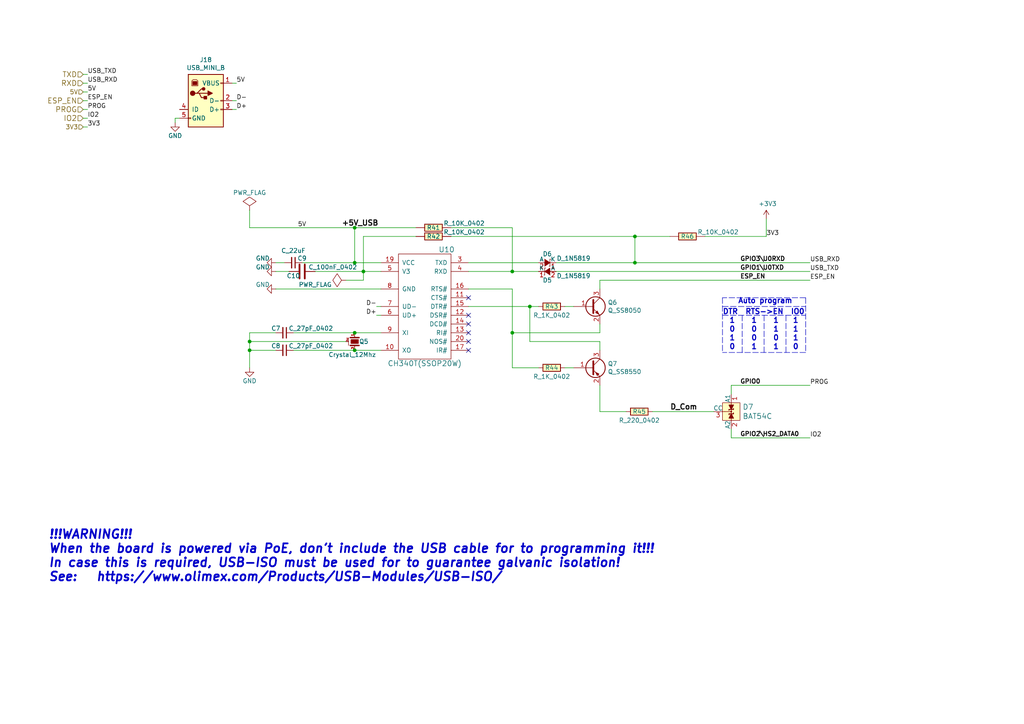
<source format=kicad_sch>
(kicad_sch (version 20211123) (generator eeschema)
  (paper "A4")
  (lib_symbols
    (symbol "ESP32-PoE_Rev_E:+3.3V" (power) (pin_names (offset 0))
      (property "Value" "+3.3V" (at 0 3.556 0))
      (symbol "+3.3V_0_1"
        (polyline (pts (xy -0.762 1.27) (xy 0 2.54)))
        (polyline (pts (xy 0 0) (xy 0 2.54)))
        (polyline (pts (xy 0 2.54) (xy 0.762 1.27)))
      )
      (symbol "+3.3V_1_1"
        (pin power_in line (at 0 0 90) (length 0) hide (name "+3V3") (number "1"))
      )
    )
    (symbol "ESP32-PoE_Rev_E:PWR_FLAG" (power) (pin_numbers hide) (pin_names (offset 0) hide)
      (property "Value" "PWR_FLAG" (at 0 4.572 0))
      (symbol "PWR_FLAG_0_0"
        (pin power_out line (at 0 0 90) (length 0) (name "pwr") (number "1"))
      )
      (symbol "PWR_FLAG_0_1"
        (polyline (pts (xy 0 0) (xy 0 1.27) (xy -1.905 2.54) (xy 0 3.81) (xy 1.905 2.54) (xy 0 1.27)))
      )
    )
    (symbol "Open_Automation:BAT54C" (pin_names (offset 0))
      (property "Reference" "D" (at 0 6.35 0))
      (property "Value" "Open_Automation_BAT54C" (at 0 3.81 0))
      (symbol "BAT54C_0_1"
        (polyline (pts (xy -2.54 0) (xy 2.54 0)))
        (polyline (pts (xy -0.889 0.635) (xy -0.635 0.635)) (stroke (width 0.254)))
        (polyline (pts (xy -0.635 -0.635) (xy -0.381 -0.635)) (stroke (width 0.254)))
        (polyline (pts (xy -0.635 0.635) (xy -0.635 -0.635)) (stroke (width 0.254)))
        (polyline (pts (xy 0 -1.905) (xy 0 -2.54)))
        (polyline (pts (xy 0 0) (xy 0 -1.905)))
        (polyline (pts (xy 0.381 0.635) (xy 0.635 0.635)) (stroke (width 0.254)))
        (polyline (pts (xy 0.635 -0.635) (xy 0.889 -0.635)) (stroke (width 0.254)))
        (polyline (pts (xy 0.635 0.635) (xy 0.635 -0.635)) (stroke (width 0.254)))
        (polyline (pts (xy -1.905 0.635) (xy -1.905 -0.635) (xy -0.635 0) (xy -1.905 0.635)) (stroke (width 0.254)) (fill (type outline)))
        (polyline (pts (xy 1.905 0.635) (xy 1.905 -0.635) (xy 0.635 0) (xy 1.905 0.635)) (stroke (width 0.254)) (fill (type outline)))
        (polyline (pts (xy -2.54 2.54) (xy 2.54 2.54) (xy 2.54 -2.54) (xy -2.54 -2.54) (xy -2.54 2.54)) (fill (type background)))
        (circle (center 0 0) (radius 0.127) (stroke (width 0.254)))
      )
      (symbol "BAT54C_1_1"
        (pin passive line (at -5.08 0 0) (length 2.54) (name "A1") (number "1"))
        (pin passive line (at 5.08 0 180) (length 2.54) (name "A2") (number "2"))
        (pin passive line (at 0 -5.08 90) (length 2.54) (name "CC") (number "3"))
      )
    )
    (symbol "Open_Automation:CH340T(SSOP20W)" (pin_names (offset 1.016))
      (property "Reference" "U" (at -5.08 -16.51 0))
      (property "Value" "Open_Automation_CH340T(SSOP20W)" (at 0 16.51 0))
      (symbol "CH340T(SSOP20W)_0_1"
        (rectangle (start -7.62 15.24) (end 7.62 -15.24))
      )
      (symbol "CH340T(SSOP20W)_1_1"
        (pin output line (at -12.7 -12.7 0) (length 5.08) (name "XO") (number "10"))
        (pin input line (at 12.7 2.54 180) (length 5.08) (name "CTS#") (number "11"))
        (pin input line (at 12.7 -2.54 180) (length 5.08) (name "DSR#") (number "12"))
        (pin input line (at 12.7 -7.62 180) (length 5.08) (name "RI#") (number "13"))
        (pin input line (at 12.7 -5.08 180) (length 5.08) (name "DCD#") (number "14"))
        (pin output line (at 12.7 0 180) (length 5.08) (name "DTR#") (number "15"))
        (pin output line (at 12.7 5.08 180) (length 5.08) (name "RTS#") (number "16"))
        (pin input line (at 12.7 -12.7 180) (length 5.08) (name "IR#") (number "17"))
        (pin power_in line (at -12.7 12.7 0) (length 5.08) (name "VCC") (number "19"))
        (pin input line (at 12.7 -10.16 180) (length 5.08) (name "NOS#") (number "20"))
        (pin output line (at 12.7 12.7 180) (length 5.08) (name "TXD") (number "3"))
        (pin input line (at 12.7 10.16 180) (length 5.08) (name "RXD") (number "4"))
        (pin power_in line (at -12.7 10.16 0) (length 5.08) (name "V3") (number "5"))
        (pin bidirectional line (at -12.7 -2.54 0) (length 5.08) (name "UD+") (number "6"))
        (pin bidirectional line (at -12.7 0 0) (length 5.08) (name "UD-") (number "7"))
        (pin power_in line (at -12.7 5.08 0) (length 5.08) (name "GND") (number "8"))
        (pin input line (at -12.7 -7.62 0) (length 5.08) (name "XI") (number "9"))
      )
    )
    (symbol "Open_Automation:C_100nF_0402" (pin_numbers hide) (pin_names (offset 0.254))
      (property "Reference" "C" (at 0.635 2.54 0))
      (property "Value" "Open_Automation_C_100nF_0402" (at -5.715 -2.54 0))
      (symbol "C_100nF_0402_0_1"
        (polyline (pts (xy -2.032 -0.762) (xy 2.032 -0.762)) (stroke (width 0.508)))
        (polyline (pts (xy -2.032 0.762) (xy 2.032 0.762)) (stroke (width 0.508)))
      )
      (symbol "C_100nF_0402_1_1"
        (pin passive line (at 0 3.81 270) (length 2.794) (name "~") (number "1"))
        (pin passive line (at 0 -3.81 90) (length 2.794) (name "~") (number "2"))
      )
    )
    (symbol "Open_Automation:C_22uF" (pin_numbers hide) (pin_names (offset 0.254) hide)
      (property "Reference" "C" (at 0.254 1.778 0))
      (property "Value" "Open_Automation_C_22uF" (at 0.254 -2.032 0))
      (symbol "C_22uF_0_1"
        (polyline (pts (xy -1.524 -0.508) (xy 1.524 -0.508)) (stroke (width 0.3302)))
        (polyline (pts (xy -1.524 0.508) (xy 1.524 0.508)) (stroke (width 0.3048)))
      )
      (symbol "C_22uF_1_1"
        (pin passive line (at 0 2.54 270) (length 1.905) (name "~") (number "1"))
        (pin passive line (at 0 -2.54 90) (length 2.032) (name "~") (number "2"))
      )
    )
    (symbol "Open_Automation:C_27pF_0402" (pin_numbers hide) (pin_names (offset 0.254) hide)
      (property "Reference" "C" (at 0.254 1.778 0))
      (property "Value" "Open_Automation_C_27pF_0402" (at 0.254 -2.032 0))
      (symbol "C_27pF_0402_0_1"
        (polyline (pts (xy -1.524 -0.508) (xy 1.524 -0.508)) (stroke (width 0.3302)))
        (polyline (pts (xy -1.524 0.508) (xy 1.524 0.508)) (stroke (width 0.3048)))
      )
      (symbol "C_27pF_0402_1_1"
        (pin passive line (at 0 2.54 270) (length 1.905) (name "~") (number "1"))
        (pin passive line (at 0 -2.54 90) (length 2.032) (name "~") (number "2"))
      )
    )
    (symbol "Open_Automation:Crystal_12Mhz" (pin_names (offset 1.016) hide)
      (property "Reference" "Q" (at 0 2.286 0))
      (property "Value" "Open_Automation_Crystal_12Mhz" (at 7.62 -3.81 0))
      (symbol "Crystal_12Mhz_0_1"
        (polyline (pts (xy -1.143 -1.778) (xy 1.143 -1.778)))
        (polyline (pts (xy -1.143 1.27) (xy -1.143 -1.27)) (stroke (width 0.4064)))
        (polyline (pts (xy 1.143 1.27) (xy 1.143 -1.27)) (stroke (width 0.4064)))
        (polyline (pts (xy -0.508 1.016) (xy 0.508 1.016) (xy 0.508 -1.016) (xy -0.508 -1.016) (xy -0.508 1.016)) (stroke (width 0.3048)) (fill (type outline)))
      )
      (symbol "Crystal_12Mhz_1_1"
        (pin passive line (at -2.54 0 0) (length 1.27) (name "1") (number "1"))
        (pin passive line (at 0 -2.54 90) (length 0.762) (name "case") (number "2"))
        (pin passive line (at 2.54 0 180) (length 1.27) (name "3") (number "3"))
        (pin passive line (at 0 -2.54 90) (length 0.762) hide (name "case") (number "4"))
      )
    )
    (symbol "Open_Automation:D_1N5819" (pin_names (offset 0))
      (property "Reference" "D" (at -1.27 3.175 0))
      (property "Value" "Open_Automation_D_1N5819" (at -7.62 -3.175 0))
      (symbol "D_1N5819_0_1"
        (polyline (pts (xy -0.762 -1.016) (xy -1.016 -1.016)))
        (polyline (pts (xy -0.762 -1.016) (xy -0.762 1.016)))
        (polyline (pts (xy -0.762 1.016) (xy -0.762 1.016)))
        (polyline (pts (xy -0.762 1.016) (xy -0.508 1.016)))
        (polyline (pts (xy 0.762 -1.016) (xy -0.762 0) (xy 0.762 1.016) (xy 0.762 -1.016)) (fill (type outline)))
      )
      (symbol "D_1N5819_1_1"
        (pin passive line (at -2.54 0 0) (length 1.778) (name "K") (number "1"))
        (pin passive line (at 2.54 0 180) (length 1.778) (name "A") (number "2"))
      )
    )
    (symbol "Open_Automation:Q_SS8050" (pin_names (offset 0) hide)
      (property "Reference" "Q" (at 7.62 1.27 0))
      (property "Value" "Open_Automation_Q_SS8050" (at 15.24 -1.27 0))
      (symbol "Q_SS8050_0_1"
        (polyline (pts (xy 0.635 0.635) (xy 2.54 2.54)))
        (polyline (pts (xy 0.635 -0.635) (xy 2.54 -2.54) (xy 2.54 -2.54)))
        (polyline (pts (xy 0.635 1.905) (xy 0.635 -1.905) (xy 0.635 -1.905)) (stroke (width 0.508)))
        (polyline (pts (xy 1.27 -1.778) (xy 1.778 -1.27) (xy 2.286 -2.286) (xy 1.27 -1.778) (xy 1.27 -1.778)) (fill (type outline)))
        (circle (center 1.27 0) (radius 2.8194) (stroke (width 0.254)))
      )
      (symbol "Q_SS8050_1_1"
        (pin passive line (at -5.08 0 0) (length 5.715) (name "B") (number "1"))
        (pin passive line (at 2.54 -5.08 90) (length 2.54) (name "E") (number "2"))
        (pin passive line (at 2.54 5.08 270) (length 2.54) (name "C") (number "3"))
      )
    )
    (symbol "Open_Automation:Q_SS8550" (pin_names (offset 0) hide)
      (property "Reference" "Q" (at 5.08 1.905 0))
      (property "Value" "Open_Automation_Q_SS8550" (at 5.08 0 0))
      (symbol "Q_SS8550_0_1"
        (polyline (pts (xy 0 0) (xy 0.635 0)))
        (polyline (pts (xy 0.635 0.635) (xy 2.54 2.54)))
        (polyline (pts (xy 2.54 -2.54) (xy 0.635 -0.635)))
        (polyline (pts (xy 0.635 1.905) (xy 0.635 0) (xy 0.635 -1.905) (xy 0.635 -1.905)) (stroke (width 0.508)))
        (polyline (pts (xy 1.27 -1.27) (xy 1.778 -2.286) (xy 2.286 -1.778) (xy 1.27 -1.27) (xy 1.27 -1.27)) (fill (type outline)))
        (circle (center 1.27 0) (radius 2.8194) (stroke (width 0.254)))
      )
      (symbol "Q_SS8550_1_1"
        (pin input line (at -5.08 0 0) (length 5.08) (name "B") (number "1"))
        (pin passive line (at 2.54 -5.08 90) (length 2.54) (name "E") (number "2"))
        (pin passive line (at 2.54 5.08 270) (length 2.54) (name "C") (number "3"))
      )
    )
    (symbol "Open_Automation:R_10K_0402" (pin_numbers hide) (pin_names (offset 0))
      (property "Reference" "R" (at 0 0 90))
      (property "Value" "Open_Automation_R_10K_0402" (at -1.905 0 90))
      (symbol "R_10K_0402_0_1"
        (rectangle (start -1.016 -2.54) (end 1.016 2.54) (stroke (width 0.254)) (fill (type background)))
      )
      (symbol "R_10K_0402_1_1"
        (pin passive line (at 0 -5.08 90) (length 2.54) (name "~") (number "1"))
        (pin passive line (at 0 5.08 270) (length 2.54) (name "~") (number "2"))
      )
    )
    (symbol "Open_Automation:R_1K_0402" (pin_numbers hide) (pin_names (offset 0))
      (property "Reference" "R" (at 0 0 90))
      (property "Value" "Open_Automation_R_1K_0402" (at -1.905 0 90))
      (symbol "R_1K_0402_0_1"
        (rectangle (start -1.016 -2.54) (end 1.016 2.54) (stroke (width 0.254)) (fill (type background)))
      )
      (symbol "R_1K_0402_1_1"
        (pin passive line (at 0 3.81 270) (length 1.27) (name "~") (number "1"))
        (pin passive line (at 0 -3.81 90) (length 1.27) (name "~") (number "2"))
      )
    )
    (symbol "Open_Automation:R_220_0402" (pin_numbers hide) (pin_names (offset 0))
      (property "Reference" "R" (at 0 0 90))
      (property "Value" "Open_Automation_R_220_0402" (at -1.905 0 90))
      (symbol "R_220_0402_0_1"
        (rectangle (start -1.016 -2.54) (end 1.016 2.54) (stroke (width 0.254)) (fill (type background)))
      )
      (symbol "R_220_0402_1_1"
        (pin passive line (at 0 3.81 270) (length 1.27) (name "~") (number "1"))
        (pin passive line (at 0 -3.81 90) (length 1.27) (name "~") (number "2"))
      )
    )
    (symbol "Open_Automation:USB_MINI_B" (pin_names (offset 1.016))
      (property "Reference" "J" (at 2.54 8.89 0))
      (property "Value" "Open_Automation_USB_MINI_B" (at -5.08 -8.89 0))
      (symbol "USB_MINI_B_0_1"
        (rectangle (start -5.08 -7.62) (end 5.08 7.62) (stroke (width 0.254)) (fill (type background)))
        (rectangle (start -5.08 -4.953) (end -4.318 -5.207))
        (circle (center -3.81 2.159) (radius 0.635) (stroke (width 0.254)) (fill (type outline)))
        (rectangle (start -3.81 5.588) (end -2.54 4.572) (fill (type outline)))
        (circle (center -0.635 3.429) (radius 0.381) (stroke (width 0.254)) (fill (type outline)))
        (polyline (pts (xy -1.905 2.159) (xy 0.635 2.159)) (stroke (width 0.254)))
        (polyline (pts (xy -3.175 2.159) (xy -2.54 2.159) (xy -1.27 3.429) (xy -0.635 3.429)) (stroke (width 0.254)))
        (polyline (pts (xy -2.54 2.159) (xy -1.905 2.159) (xy -1.27 0.889) (xy 0 0.889)) (stroke (width 0.254)))
        (polyline (pts (xy 0.635 2.794) (xy 0.635 1.524) (xy 1.905 2.159) (xy 0.635 2.794)) (stroke (width 0.254)) (fill (type outline)))
        (polyline (pts (xy -4.064 4.318) (xy -2.286 4.318) (xy -2.286 5.715) (xy -2.667 6.096) (xy -3.683 6.096) (xy -4.064 5.715) (xy -4.064 4.318)))
        (rectangle (start 0.254 1.27) (end -0.508 0.508) (stroke (width 0.254)) (fill (type outline)))
        (rectangle (start 5.08 -2.667) (end 4.318 -2.413))
        (rectangle (start 5.08 -0.127) (end 4.318 0.127))
        (rectangle (start 5.08 4.953) (end 4.318 5.207))
      )
      (symbol "USB_MINI_B_1_1"
        (pin power_out line (at 7.62 5.08 180) (length 2.54) (name "VBUS") (number "1"))
        (pin passive line (at 7.62 0 180) (length 2.54) (name "D-") (number "2"))
        (pin passive line (at 7.62 -2.54 180) (length 2.54) (name "D+") (number "3"))
        (pin passive line (at -7.62 -2.54 0) (length 2.54) (name "ID") (number "4"))
        (pin power_out line (at -7.62 -5.08 0) (length 2.54) (name "GND") (number "5"))
      )
    )
    (symbol "power:GND" (power) (pin_names (offset 0))
      (property "Value" "power_GND" (at 0 -3.81 0))
      (symbol "GND_0_1"
        (polyline (pts (xy 0 0) (xy 0 -1.27) (xy 1.27 -1.27) (xy 0 -2.54) (xy -1.27 -1.27) (xy 0 -1.27)))
      )
      (symbol "GND_1_1"
        (pin power_in line (at 0 0 270) (length 0) hide (name "GND") (number "1"))
      )
    )
  )
  (junction (at 102.87 96.52))
  (junction (at 148.59 78.74))
  (junction (at 72.39 101.6))
  (junction (at 102.87 76.2))
  (junction (at 105.41 78.74))
  (junction (at 184.15 76.2))
  (junction (at 102.87 66.04))
  (junction (at 148.59 96.52))
  (junction (at 153.67 88.9))
  (junction (at 184.15 68.58))
  (junction (at 102.87 101.6))
  (junction (at 72.39 99.06))
  (no_connect (at 135.89 91.44))
  (no_connect (at 135.89 86.36))
  (no_connect (at 135.89 93.98))
  (no_connect (at 135.89 99.06))
  (no_connect (at 135.89 101.6))
  (no_connect (at 135.89 96.52))
  (wire (pts (xy 153.67 88.9) (xy 156.21 88.9)))
  (wire (pts (xy 148.59 66.04) (xy 148.59 78.74)))
  (wire (pts (xy 85.09 101.6) (xy 102.87 101.6)))
  (polyline (pts (xy 233.68 102.235) (xy 209.55 102.235)))
  (wire (pts (xy 102.87 96.52) (xy 110.49 96.52)))
  (wire (pts (xy 153.67 99.06) (xy 153.67 88.9)))
  (wire (pts (xy 173.99 99.06) (xy 153.67 99.06)))
  (wire (pts (xy 102.87 101.6) (xy 110.49 101.6)))
  (wire (pts (xy 25.4 34.29) (xy 24.13 34.29)))
  (wire (pts (xy 212.09 111.76) (xy 212.09 114.3)))
  (wire (pts (xy 120.65 66.04) (xy 102.87 66.04)))
  (wire (pts (xy 68.58 29.21) (xy 67.31 29.21)))
  (wire (pts (xy 24.13 36.83) (xy 25.4 36.83)))
  (wire (pts (xy 130.81 66.04) (xy 148.59 66.04)))
  (wire (pts (xy 102.87 66.04) (xy 102.87 76.2)))
  (wire (pts (xy 80.01 78.74) (xy 83.82 78.74)))
  (wire (pts (xy 25.4 21.59) (xy 24.13 21.59)))
  (wire (pts (xy 50.8 35.56) (xy 50.8 34.29)))
  (wire (pts (xy 135.89 83.82) (xy 148.59 83.82)))
  (wire (pts (xy 72.39 96.52) (xy 72.39 99.06)))
  (wire (pts (xy 212.09 111.76) (xy 234.95 111.76)))
  (wire (pts (xy 148.59 106.68) (xy 156.21 106.68)))
  (wire (pts (xy 109.22 88.9) (xy 110.49 88.9)))
  (wire (pts (xy 72.39 66.04) (xy 102.87 66.04)))
  (wire (pts (xy 148.59 96.52) (xy 148.59 106.68)))
  (wire (pts (xy 120.65 68.58) (xy 105.41 68.58)))
  (wire (pts (xy 194.31 68.58) (xy 184.15 68.58)))
  (wire (pts (xy 50.8 34.29) (xy 52.07 34.29)))
  (wire (pts (xy 148.59 83.82) (xy 148.59 96.52)))
  (wire (pts (xy 68.58 24.13) (xy 67.31 24.13)))
  (polyline (pts (xy 221.615 91.44) (xy 221.615 102.235)))
  (polyline (pts (xy 233.68 86.36) (xy 233.68 102.235)))
  (wire (pts (xy 109.22 91.44) (xy 110.49 91.44)))
  (wire (pts (xy 173.99 111.76) (xy 173.99 119.38)))
  (wire (pts (xy 80.01 83.82) (xy 110.49 83.82)))
  (wire (pts (xy 82.55 76.2) (xy 80.01 76.2)))
  (polyline (pts (xy 209.55 91.44) (xy 233.68 91.44)))
  (wire (pts (xy 100.33 99.06) (xy 72.39 99.06)))
  (wire (pts (xy 212.09 127) (xy 234.95 127)))
  (wire (pts (xy 173.99 93.98) (xy 173.99 96.52)))
  (polyline (pts (xy 209.55 88.9) (xy 233.68 88.9)))
  (wire (pts (xy 72.39 60.96) (xy 72.39 66.04)))
  (wire (pts (xy 72.39 99.06) (xy 72.39 101.6)))
  (wire (pts (xy 105.41 81.28) (xy 105.41 78.74)))
  (polyline (pts (xy 215.265 91.44) (xy 215.265 102.235)))
  (wire (pts (xy 222.25 63.5) (xy 222.25 68.58)))
  (wire (pts (xy 105.41 68.58) (xy 105.41 78.74)))
  (wire (pts (xy 25.4 29.21) (xy 24.13 29.21)))
  (wire (pts (xy 25.4 31.75) (xy 24.13 31.75)))
  (wire (pts (xy 148.59 78.74) (xy 156.21 78.74)))
  (polyline (pts (xy 227.965 91.44) (xy 227.965 102.235)))
  (wire (pts (xy 212.09 124.46) (xy 212.09 127)))
  (wire (pts (xy 189.23 119.38) (xy 207.01 119.38)))
  (wire (pts (xy 87.63 76.2) (xy 102.87 76.2)))
  (wire (pts (xy 181.61 119.38) (xy 173.99 119.38)))
  (wire (pts (xy 105.41 78.74) (xy 110.49 78.74)))
  (wire (pts (xy 100.33 81.28) (xy 105.41 81.28)))
  (wire (pts (xy 135.89 76.2) (xy 156.21 76.2)))
  (wire (pts (xy 68.58 31.75) (xy 67.31 31.75)))
  (wire (pts (xy 91.44 78.74) (xy 105.41 78.74)))
  (wire (pts (xy 204.47 68.58) (xy 222.25 68.58)))
  (wire (pts (xy 163.83 88.9) (xy 166.37 88.9)))
  (wire (pts (xy 135.89 88.9) (xy 153.67 88.9)))
  (wire (pts (xy 24.13 26.67) (xy 25.4 26.67)))
  (wire (pts (xy 173.99 81.28) (xy 234.95 81.28)))
  (polyline (pts (xy 233.68 86.36) (xy 209.55 86.36)))
  (wire (pts (xy 72.39 101.6) (xy 72.39 106.68)))
  (wire (pts (xy 161.29 78.74) (xy 234.95 78.74)))
  (wire (pts (xy 80.01 101.6) (xy 72.39 101.6)))
  (wire (pts (xy 102.87 76.2) (xy 110.49 76.2)))
  (wire (pts (xy 173.99 101.6) (xy 173.99 99.06)))
  (wire (pts (xy 135.89 78.74) (xy 148.59 78.74)))
  (wire (pts (xy 173.99 96.52) (xy 148.59 96.52)))
  (wire (pts (xy 163.83 106.68) (xy 166.37 106.68)))
  (wire (pts (xy 24.13 24.13) (xy 25.4 24.13)))
  (wire (pts (xy 161.29 76.2) (xy 184.15 76.2)))
  (wire (pts (xy 85.09 96.52) (xy 102.87 96.52)))
  (wire (pts (xy 184.15 68.58) (xy 184.15 76.2)))
  (wire (pts (xy 173.99 83.82) (xy 173.99 81.28)))
  (wire (pts (xy 184.15 76.2) (xy 234.95 76.2)))
  (wire (pts (xy 130.81 68.58) (xy 184.15 68.58)))
  (wire (pts (xy 80.01 96.52) (xy 72.39 96.52)))
  (polyline (pts (xy 209.55 86.36) (xy 209.55 102.235)))
  (text "1" (at 217.805 93.98 0) (effects (font (size 1.524 1.524) (thickness 0.3048) bold) (justify left bottom)))
  (text "0" (at 224.155 99.06 0) (effects (font (size 1.524 1.524) (thickness 0.3048) bold) (justify left bottom)))
  (text "1" (at 224.155 101.6 0) (effects (font (size 1.524 1.524) (thickness 0.3048) bold) (justify left bottom)))
  (text "1" (at 224.155 96.52 0) (effects (font (size 1.524 1.524) (thickness 0.3048) bold) (justify left bottom)))
  (text "0" (at 217.805 96.52 0) (effects (font (size 1.524 1.524) (thickness 0.3048) bold) (justify left bottom)))
  (text "!!!WARNING!!!\nWhen the board is powered via PoE, don't include the USB cable for to programming it!!!\nIn case this is required, USB-ISO must be used for to guarantee galvanic isolation!\nSee:   https://www.olimex.com/Products/USB-Modules/USB-ISO/" (at 13.97 168.91 0) (effects (font (size 2.54 2.54) (thickness 0.508) bold italic) (justify left bottom)))
  (text "1" (at 224.155 93.98 0) (effects (font (size 1.524 1.524) (thickness 0.3048) bold) (justify left bottom)))
  (text "1" (at 211.455 99.06 0) (effects (font (size 1.524 1.524) (thickness 0.3048) bold) (justify left bottom)))
  (text "Auto program\n" (at 213.995 88.265 0) (effects (font (size 1.524 1.524) (thickness 0.3048) bold) (justify left bottom)))
  (text "1" (at 229.87 99.06 0) (effects (font (size 1.524 1.524) (thickness 0.3048) bold) (justify left bottom)))
  (text "0" (at 211.455 96.52 0) (effects (font (size 1.524 1.524) (thickness 0.3048) bold) (justify left bottom)))
  (text "1" (at 211.455 93.98 0) (effects (font (size 1.524 1.524) (thickness 0.3048) bold) (justify left bottom)))
  (text "1" (at 217.805 101.6 0) (effects (font (size 1.524 1.524) (thickness 0.3048) bold) (justify left bottom)))
  (text "0" (at 229.87 101.6 0) (effects (font (size 1.524 1.524) (thickness 0.3048) bold) (justify left bottom)))
  (text "0" (at 211.455 101.6 0) (effects (font (size 1.524 1.524) (thickness 0.3048) bold) (justify left bottom)))
  (text "1" (at 229.87 96.52 0) (effects (font (size 1.524 1.524) (thickness 0.3048) bold) (justify left bottom)))
  (text "1" (at 229.87 93.98 0) (effects (font (size 1.524 1.524) (thickness 0.3048) bold) (justify left bottom)))
  (text "0" (at 217.805 99.06 0) (effects (font (size 1.524 1.524) (thickness 0.3048) bold) (justify left bottom)))
  (text "DTR  RTS->EN  IO0" (at 209.55 91.44 0) (effects (font (size 1.524 1.524) (thickness 0.3048) bold) (justify left bottom)))
  (label "D-" (at 68.58 29.21 0))
  (label "GPIO1\\U0TXD" (at 214.63 78.74 0) (effects (font (thickness 0.254) bold)))
  (label "USB_RXD" (at 25.4 24.13 0))
  (label "GPIO0" (at 214.63 111.76 0) (effects (font (thickness 0.254) bold)))
  (label "PROG" (at 25.4 31.75 0))
  (label "5V" (at 86.36 66.04 0))
  (label "3V3" (at 222.25 68.58 0))
  (label "D+" (at 68.58 31.75 0))
  (label "PROG" (at 234.95 111.76 0))
  (label "ESP_EN" (at 214.63 81.28 0) (effects (font (thickness 0.254) bold)))
  (label "+5V_USB" (at 99.06 66.04 0) (effects (font (size 1.524 1.524) (thickness 0.3048) bold)))
  (label "USB_TXD" (at 25.4 21.59 0))
  (label "D+" (at 109.22 91.44 180))
  (label "ESP_EN" (at 25.4 29.21 0))
  (label "USB_RXD" (at 234.95 76.2 0))
  (label "GPIO3\\U0RXD" (at 214.63 76.2 0) (effects (font (thickness 0.254) bold)))
  (label "5V" (at 25.4 26.67 0))
  (label "ESP_EN" (at 234.95 81.28 0))
  (label "GPIO2\\HS2_DATA0" (at 214.63 127 0) (effects (font (thickness 0.254) bold)))
  (label "3V3" (at 25.4 36.83 0))
  (label "IO2" (at 25.4 34.29 0))
  (label "D-" (at 109.22 88.9 180))
  (label "5V" (at 68.58 24.13 0))
  (label "D_Com" (at 194.31 119.38 0) (effects (font (size 1.524 1.524) (thickness 0.3048) bold)))
  (label "USB_TXD" (at 234.95 78.74 0))
  (label "IO2" (at 234.95 127 0))
  (hierarchical_label "ESP_EN" (shape input) (at 24.13 29.21 180) (effects (font (size 1.524 1.524))))
  (hierarchical_label "IO2" (shape input) (at 24.13 34.29 180) (effects (font (size 1.524 1.524))))
  (hierarchical_label "5V" (shape input) (at 24.13 26.67 180))
  (hierarchical_label "PROG" (shape input) (at 24.13 31.75 180) (effects (font (size 1.524 1.524))))
  (hierarchical_label "3V3" (shape input) (at 24.13 36.83 180))
  (hierarchical_label "RXD" (shape input) (at 24.13 24.13 180) (effects (font (size 1.524 1.524))))
  (hierarchical_label "TXD" (shape input) (at 24.13 21.59 180) (effects (font (size 1.524 1.524))))
  (symbol (lib_id "ESP32-PoE_Rev_E:PWR_FLAG") (at 100.33 81.28 90) (unit 1)
    (property "Reference" "#FLG02" (effects hide))
    (property "Value" "PWR_FLAG" (at 91.44 82.55 90))
  )
  (symbol (lib_id "ESP32-PoE_Rev_E:+3.3V") (at 222.25 63.5 0) (unit 1)
    (property "Reference" "#PWR080" (effects hide))
    (property "Value" "+3.3V" (at 222.631 59.1058 0))
  )
  (symbol (lib_id "ESP32-PoE_Rev_E:PWR_FLAG") (at 72.39 60.96 0) (unit 1)
    (property "Reference" "#FLG01" (effects hide))
    (property "Value" "PWR_FLAG" (at 72.39 55.88 0))
  )
  (symbol (lib_id "Open_Automation:USB_MINI_B") (at 59.69 29.21 0) (unit 1)
    (property "Reference" "J18" (at 59.69 17.3482 0))
    (property "Value" "USB_MINI_B" (at 59.69 19.6596 0))
    (property "Footprint" "Open_Automation:USB-mini-B-0548190519" (effects hide))
    (property "Datasheet" "https://www.molex.com/pdm_docs/sd/548190519_sd.pdf" (effects hide))
    (property "Website" "https://www.digikey.com/product-detail/en/molex/0548190519/WM17115-ND/773802" (effects hide))
    (property "Part Number" "0548190519" (effects hide))
  )
  (symbol (lib_id "power:GND") (at 72.39 106.68 0) (unit 1)
    (property "Reference" "#PWR076" (effects hide))
    (property "Value" "GND" (at 72.39 110.49 0))
  )
  (symbol (lib_id "power:GND") (at 50.8 35.56 0) (unit 1)
    (property "Reference" "#PWR075" (effects hide))
    (property "Value" "GND" (at 50.8 39.37 0))
  )
  (symbol (lib_id "power:GND") (at 80.01 76.2 270) (unit 1)
    (property "Reference" "#PWR077" (effects hide))
    (property "Value" "GND" (at 76.2 74.93 90))
  )
  (symbol (lib_id "power:GND") (at 80.01 78.74 270) (unit 1)
    (property "Reference" "#PWR078" (effects hide))
    (property "Value" "GND" (at 76.2 77.47 90))
  )
  (symbol (lib_id "power:GND") (at 80.01 83.82 270) (unit 1)
    (property "Reference" "#PWR079" (effects hide))
    (property "Value" "GND" (at 76.2 82.55 90))
  )
  (symbol (lib_id "Open_Automation:C_22uF") (at 85.09 76.2 270) (unit 1)
    (property "Reference" "C9" (at 87.63 74.93 90))
    (property "Value" "C_22uF" (at 85.09 72.6948 90))
    (property "Footprint" "Capacitor_SMD:C_0603_1608Metric_Pad1.08x0.95mm_HandSolder" (effects hide))
    (property "Datasheet" "https://datasheet.lcsc.com/szlcsc/Samsung-Electro-Mechanics-CL10A226MQ8NRNC_C59461.pdf" (effects hide))
    (property "Part Number" "CL10A226MQ8NRNC" (effects hide))
    (property "LCSC" "C59461" (effects hide))
  )
  (symbol (lib_id "Open_Automation:C_100nF_0402") (at 87.63 78.74 270) (unit 1)
    (property "Reference" "C10" (at 85.09 80.01 90))
    (property "Value" "C_100nF_0402" (at 96.52 77.47 90))
    (property "Footprint" "Capacitor_SMD:C_0402_1005Metric_Pad0.74x0.62mm_HandSolder" (effects hide))
    (property "Datasheet" "https://datasheet.lcsc.com/szlcsc/Samsung-Electro-Mechanics-CL05B104KO5NNNC_C1525.pdf" (effects hide))
    (property "LCSC" "C1525" (effects hide))
    (property "Part Number" "CL05B104KO5NNNC" (effects hide))
  )
  (symbol (lib_id "Open_Automation:R_10K_0402") (at 125.73 66.04 270) (unit 1)
    (property "Reference" "R41" (at 125.73 66.04 90))
    (property "Value" "R_10K_0402" (at 134.62 64.77 90))
    (property "Footprint" "Resistor_SMD:R_0402_1005Metric_Pad0.72x0.64mm_HandSolder" (effects hide))
    (property "Datasheet" "https://datasheet.lcsc.com/szlcsc/Uniroyal-Elec-0402WGF1002TCE_C25744.pdf" (effects hide))
    (property "Part Number" "0402WGF1002TCE" (effects hide))
    (property "LCSC" "C25744" (effects hide))
  )
  (symbol (lib_id "Open_Automation:R_10K_0402") (at 125.73 68.58 270) (unit 1)
    (property "Reference" "R42" (at 125.73 68.58 90))
    (property "Value" "R_10K_0402" (at 134.62 67.31 90))
    (property "Footprint" "Resistor_SMD:R_0402_1005Metric_Pad0.72x0.64mm_HandSolder" (effects hide))
    (property "Datasheet" "https://datasheet.lcsc.com/szlcsc/Uniroyal-Elec-0402WGF1002TCE_C25744.pdf" (effects hide))
    (property "Part Number" "0402WGF1002TCE" (effects hide))
    (property "LCSC" "C25744" (effects hide))
  )
  (symbol (lib_id "Open_Automation:C_27pF_0402") (at 82.55 96.52 270) (unit 1)
    (property "Reference" "C7" (at 80.01 95.25 90))
    (property "Value" "C_27pF_0402" (at 90.17 95.25 90))
    (property "Footprint" "Capacitor_SMD:C_0402_1005Metric_Pad0.74x0.62mm_HandSolder" (effects hide))
    (property "Datasheet" "https://datasheet.lcsc.com/szlcsc/Guangdong-Fenghua-Advanced-Tech-0402CG270J500NTN_C1557.pdf" (effects hide))
    (property "Part Number" "0402CG270J500NTN" (effects hide))
    (property "LCSC" "C1557" (effects hide))
  )
  (symbol (lib_id "Open_Automation:C_27pF_0402") (at 82.55 101.6 270) (unit 1)
    (property "Reference" "C8" (at 80.01 100.33 90))
    (property "Value" "C_27pF_0402" (at 90.17 100.33 90))
    (property "Footprint" "Capacitor_SMD:C_0402_1005Metric_Pad0.74x0.62mm_HandSolder" (effects hide))
    (property "Datasheet" "https://datasheet.lcsc.com/szlcsc/Guangdong-Fenghua-Advanced-Tech-0402CG270J500NTN_C1557.pdf" (effects hide))
    (property "Part Number" "0402CG270J500NTN" (effects hide))
    (property "LCSC" "C1557" (effects hide))
  )
  (symbol (lib_id "Open_Automation:Crystal_12Mhz") (at 102.87 99.06 270) (unit 1)
    (property "Reference" "Q5" (at 104.14 99.06 90) (effects (justify left)))
    (property "Value" "Crystal_12Mhz" (at 95.25 102.87 90) (effects (justify left)))
    (property "Footprint" "Crystal:Crystal_SMD_3225-4Pin_3.2x2.5mm_HandSoldering" (effects hide))
    (property "Datasheet" "https://datasheet.lcsc.com/szlcsc/Yangxing-Tech-X322512MSB4SI_C9002.pdf" (effects hide))
    (property "Part Number" "X322512MSB4SI" (effects hide))
    (property "LCSC" "C9002" (effects hide))
  )
  (symbol (lib_id "Open_Automation:R_10K_0402") (at 199.39 68.58 270) (unit 1)
    (property "Reference" "R46" (at 199.39 68.58 90))
    (property "Value" "R_10K_0402" (at 208.28 67.31 90))
    (property "Footprint" "Resistor_SMD:R_0402_1005Metric_Pad0.72x0.64mm_HandSolder" (effects hide))
    (property "Datasheet" "https://datasheet.lcsc.com/szlcsc/Uniroyal-Elec-0402WGF1002TCE_C25744.pdf" (effects hide))
    (property "Part Number" "0402WGF1002TCE" (effects hide))
    (property "LCSC" "C25744" (effects hide))
  )
  (symbol (lib_id "Open_Automation:R_1K_0402") (at 160.02 106.68 270) (unit 1)
    (property "Reference" "R44" (at 160.02 106.68 90))
    (property "Value" "R_1K_0402" (at 160.02 109.22 90))
    (property "Footprint" "Resistor_SMD:R_0402_1005Metric_Pad0.72x0.64mm_HandSolder" (effects hide))
    (property "Datasheet" "https://www.digikey.com/product-detail/en/panasonic-electronic-components/ERJ-3GEYJ102V/P1.0KGDKR-ND/577615" (effects hide))
    (property "Part Number" "0402WGF1001TCE" (effects hide))
    (property "LCSC" "C11702" (effects hide))
  )
  (symbol (lib_id "Open_Automation:R_1K_0402") (at 160.02 88.9 270) (unit 1)
    (property "Reference" "R43" (at 160.02 88.9 90))
    (property "Value" "R_1K_0402" (at 160.02 91.44 90))
    (property "Footprint" "Resistor_SMD:R_0402_1005Metric_Pad0.72x0.64mm_HandSolder" (effects hide))
    (property "Datasheet" "https://www.digikey.com/product-detail/en/panasonic-electronic-components/ERJ-3GEYJ102V/P1.0KGDKR-ND/577615" (effects hide))
    (property "Part Number" "0402WGF1001TCE" (effects hide))
    (property "LCSC" "C11702" (effects hide))
  )
  (symbol (lib_id "Open_Automation:D_1N5819") (at 158.75 76.2 180) (unit 1)
    (property "Reference" "D5" (at 158.75 81.28 0))
    (property "Value" "D_1N5819" (at 166.37 74.93 0))
    (property "Footprint" "Diode_SMD:D_SOD-323_HandSoldering" (effects hide))
    (property "Datasheet" "https://datasheet.lcsc.com/szlcsc/1903051130_MDD-Jiangsu-Yutai-Elec-B5819WS_C64886.pdf" (effects hide))
    (property "Part Number" "B5819WS" (effects hide))
    (property "LCSC" "C64886" (effects hide))
  )
  (symbol (lib_id "Open_Automation:D_1N5819") (at 158.75 78.74 0) (unit 1)
    (property "Reference" "D6" (at 158.75 73.66 0))
    (property "Value" "D_1N5819" (at 166.37 80.01 0))
    (property "Footprint" "Diode_SMD:D_SOD-323_HandSoldering" (effects hide))
    (property "Datasheet" "https://datasheet.lcsc.com/szlcsc/1903051130_MDD-Jiangsu-Yutai-Elec-B5819WS_C64886.pdf" (effects hide))
    (property "Part Number" "B5819WS" (effects hide))
    (property "LCSC" "C64886" (effects hide))
  )
  (symbol (lib_id "Open_Automation:Q_SS8050") (at 171.45 88.9 0) (unit 1)
    (property "Reference" "Q6" (at 176.276 87.7316 0) (effects (justify left)))
    (property "Value" "Q_SS8050" (at 176.276 90.043 0) (effects (justify left)))
    (property "Footprint" "Package_TO_SOT_SMD:SOT-23" (effects hide))
    (property "Datasheet" "https://datasheet.lcsc.com/szlcsc/Changjiang-Electronics-Tech-CJ-SS8050_C2150.pdf" (effects hide))
    (property "Part Number" "SS8050" (effects hide))
    (property "LCSC" "C2150" (effects hide))
  )
  (symbol (lib_id "Open_Automation:Q_SS8550") (at 171.45 106.68 0) (unit 1)
    (property "Reference" "Q7" (at 176.276 105.5116 0) (effects (justify left)))
    (property "Value" "Q_SS8550" (at 176.276 107.823 0) (effects (justify left)))
    (property "Footprint" "Package_TO_SOT_SMD:SOT-23" (effects hide))
    (property "Datasheet" "https://datasheet.lcsc.com/szlcsc/Changjiang-Electronics-Tech-CJ-SS8550_C8542.pdf" (effects hide))
    (property "Part Number" "SS8550" (effects hide))
    (property "LCSC" "C8542" (effects hide))
  )
  (symbol (lib_id "Open_Automation:R_220_0402") (at 185.42 119.38 270) (unit 1)
    (property "Reference" "R45" (at 185.42 119.38 90))
    (property "Value" "R_220_0402" (at 185.42 121.92 90))
    (property "Footprint" "Resistor_SMD:R_0402_1005Metric_Pad0.72x0.64mm_HandSolder" (effects hide))
    (property "Datasheet" "https://datasheet.lcsc.com/szlcsc/Uniroyal-Elec-0402WGF2200TCE_C25091.pdf" (effects hide))
    (property "Part Number" "0402WGF2200TCE" (effects hide))
    (property "LCSC" "C25091" (effects hide))
  )
  (symbol (lib_id "Open_Automation:BAT54C") (at 212.09 119.38 270) (unit 1)
    (property "Reference" "D7" (at 215.3412 118.0338 90) (effects (font (size 1.524 1.524)) (justify left)))
    (property "Value" "BAT54C" (at 215.3412 120.7262 90) (effects (font (size 1.524 1.524)) (justify left)))
    (property "Footprint" "Package_TO_SOT_SMD:SOT-23" (effects hide))
    (property "Datasheet" "https://datasheet.lcsc.com/szlcsc/Leshan-Radio-LBAT54CLT1G_C49991.pdf" (effects hide))
    (property "Part Number" "LBAT54CLT1G" (effects hide))
    (property "LCSC" "C49991" (effects hide))
  )
  (symbol (lib_id "Open_Automation:CH340T(SSOP20W)") (at 123.19 88.9 0) (unit 1)
    (property "Reference" "U10" (at 129.54 72.39 0) (effects (font (size 1.524 1.524))))
    (property "Value" "CH340T(SSOP20W)" (at 123.19 105.41 0) (effects (font (size 1.524 1.524))))
    (property "Footprint" "Open_Automation:SSOP-20W" (effects hide))
    (property "Part Number" "CH340T" (effects hide))
    (property "LCSC" "C8689" (effects hide))
  )
)
</source>
